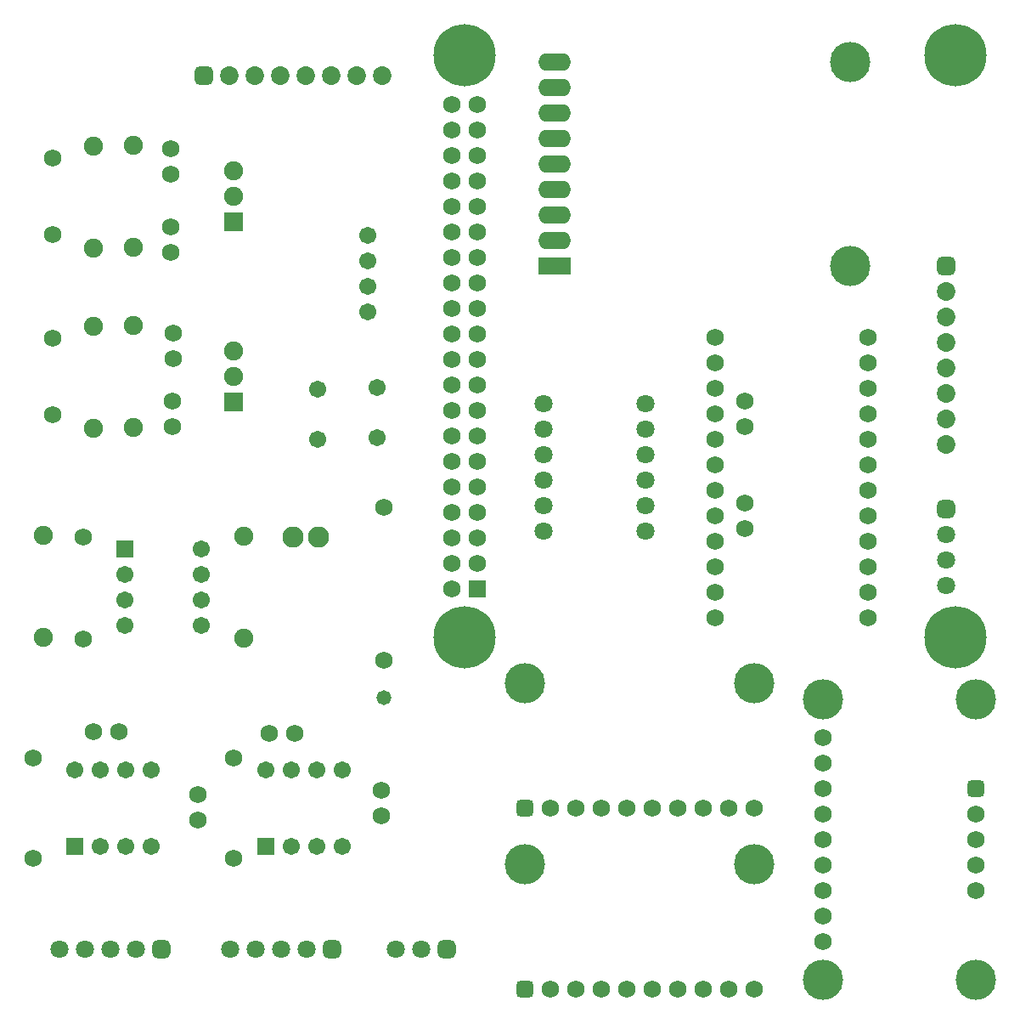
<source format=gbs>
G04 Layer_Color=8150272*
%FSLAX44Y44*%
%MOMM*%
G71*
G01*
G75*
%ADD44C,1.7272*%
%ADD45C,1.7032*%
%ADD46C,1.8034*%
G04:AMPARAMS|DCode=47|XSize=1.8034mm|YSize=1.8034mm|CornerRadius=0.5017mm|HoleSize=0mm|Usage=FLASHONLY|Rotation=180.000|XOffset=0mm|YOffset=0mm|HoleType=Round|Shape=RoundedRectangle|*
%AMROUNDEDRECTD47*
21,1,1.8034,0.8001,0,0,180.0*
21,1,0.8001,1.8034,0,0,180.0*
1,1,1.0033,-0.4001,0.4001*
1,1,1.0033,0.4001,0.4001*
1,1,1.0033,0.4001,-0.4001*
1,1,1.0033,-0.4001,-0.4001*
%
%ADD47ROUNDEDRECTD47*%
%ADD48C,4.0132*%
%ADD49O,3.2512X1.7272*%
%ADD50R,3.2512X1.7272*%
%ADD51O,3.2512X1.7272*%
%ADD52C,6.2000*%
%ADD53R,1.7272X1.7272*%
%ADD54C,1.9032*%
%ADD55C,1.7532*%
%ADD56C,1.8032*%
G04:AMPARAMS|DCode=57|XSize=1.8034mm|YSize=1.8034mm|CornerRadius=0.5017mm|HoleSize=0mm|Usage=FLASHONLY|Rotation=270.000|XOffset=0mm|YOffset=0mm|HoleType=Round|Shape=RoundedRectangle|*
%AMROUNDEDRECTD57*
21,1,1.8034,0.8001,0,0,270.0*
21,1,0.8001,1.8034,0,0,270.0*
1,1,1.0033,-0.4001,-0.4001*
1,1,1.0033,-0.4001,0.4001*
1,1,1.0033,0.4001,0.4001*
1,1,1.0033,0.4001,-0.4001*
%
%ADD57ROUNDEDRECTD57*%
%ADD58C,1.8542*%
G04:AMPARAMS|DCode=59|XSize=1.8542mm|YSize=1.8542mm|CornerRadius=0.5143mm|HoleSize=0mm|Usage=FLASHONLY|Rotation=270.000|XOffset=0mm|YOffset=0mm|HoleType=Round|Shape=RoundedRectangle|*
%AMROUNDEDRECTD59*
21,1,1.8542,0.8255,0,0,270.0*
21,1,0.8255,1.8542,0,0,270.0*
1,1,1.0287,-0.4128,-0.4128*
1,1,1.0287,-0.4128,0.4128*
1,1,1.0287,0.4128,0.4128*
1,1,1.0287,0.4128,-0.4128*
%
%ADD59ROUNDEDRECTD59*%
G04:AMPARAMS|DCode=60|XSize=1.7272mm|YSize=1.7272mm|CornerRadius=0.4826mm|HoleSize=0mm|Usage=FLASHONLY|Rotation=0.000|XOffset=0mm|YOffset=0mm|HoleType=Round|Shape=RoundedRectangle|*
%AMROUNDEDRECTD60*
21,1,1.7272,0.7620,0,0,0.0*
21,1,0.7620,1.7272,0,0,0.0*
1,1,0.9652,0.3810,-0.3810*
1,1,0.9652,-0.3810,-0.3810*
1,1,0.9652,-0.3810,0.3810*
1,1,0.9652,0.3810,0.3810*
%
%ADD60ROUNDEDRECTD60*%
G04:AMPARAMS|DCode=61|XSize=1.7272mm|YSize=1.7272mm|CornerRadius=0.4826mm|HoleSize=0mm|Usage=FLASHONLY|Rotation=270.000|XOffset=0mm|YOffset=0mm|HoleType=Round|Shape=RoundedRectangle|*
%AMROUNDEDRECTD61*
21,1,1.7272,0.7620,0,0,270.0*
21,1,0.7620,1.7272,0,0,270.0*
1,1,0.9652,-0.3810,-0.3810*
1,1,0.9652,-0.3810,0.3810*
1,1,0.9652,0.3810,0.3810*
1,1,0.9652,0.3810,-0.3810*
%
%ADD61ROUNDEDRECTD61*%
G04:AMPARAMS|DCode=62|XSize=1.8542mm|YSize=1.8542mm|CornerRadius=0.5143mm|HoleSize=0mm|Usage=FLASHONLY|Rotation=0.000|XOffset=0mm|YOffset=0mm|HoleType=Round|Shape=RoundedRectangle|*
%AMROUNDEDRECTD62*
21,1,1.8542,0.8255,0,0,0.0*
21,1,0.8255,1.8542,0,0,0.0*
1,1,1.0287,0.4128,-0.4128*
1,1,1.0287,-0.4128,-0.4128*
1,1,1.0287,-0.4128,0.4128*
1,1,1.0287,0.4128,0.4128*
%
%ADD62ROUNDEDRECTD62*%
%ADD63R,1.9032X1.9032*%
%ADD64C,2.1082*%
%ADD65R,1.7032X1.7032*%
%ADD66R,1.7032X1.7032*%
%ADD67C,1.4732*%
D44*
X515600Y535000D02*
D03*
X541000D02*
D03*
X697300Y1161300D02*
D03*
X722700D02*
D03*
X697300Y1135900D02*
D03*
X722700D02*
D03*
X697300Y1110500D02*
D03*
X722700D02*
D03*
X697300Y1085100D02*
D03*
X722700D02*
D03*
X697300Y1059700D02*
D03*
X722700D02*
D03*
X697300Y1034300D02*
D03*
X722700D02*
D03*
X697300Y1008900D02*
D03*
X722700D02*
D03*
X697300Y983500D02*
D03*
X722700D02*
D03*
X697300Y958100D02*
D03*
X722700D02*
D03*
X697300Y932700D02*
D03*
X722700D02*
D03*
X697300Y907300D02*
D03*
X722700D02*
D03*
X697300Y881900D02*
D03*
X722700D02*
D03*
X697300Y856500D02*
D03*
X722700D02*
D03*
X697300Y831100D02*
D03*
X722700D02*
D03*
X697300Y805700D02*
D03*
X722700D02*
D03*
X697300Y780300D02*
D03*
X722700D02*
D03*
X697300Y754900D02*
D03*
X722700D02*
D03*
X697300Y729500D02*
D03*
X722700D02*
D03*
X697300Y704100D02*
D03*
X722700D02*
D03*
X697300Y678700D02*
D03*
X280002Y409999D02*
D03*
X280000Y510000D02*
D03*
X480002Y409999D02*
D03*
X480000Y510000D02*
D03*
X630000Y607600D02*
D03*
Y760000D02*
D03*
X420000Y908000D02*
D03*
Y933400D02*
D03*
X444000Y448000D02*
D03*
Y473400D02*
D03*
X366000Y536000D02*
D03*
X340600D02*
D03*
X627000Y478000D02*
D03*
Y452600D02*
D03*
X417000Y1092000D02*
D03*
Y1117400D02*
D03*
X419000Y840000D02*
D03*
Y865400D02*
D03*
X330000Y730000D02*
D03*
Y628400D02*
D03*
X990000Y764300D02*
D03*
Y738900D02*
D03*
Y840500D02*
D03*
Y865900D02*
D03*
X1112400Y929400D02*
D03*
X960000Y726200D02*
D03*
Y751600D02*
D03*
Y827800D02*
D03*
Y802400D02*
D03*
Y777000D02*
D03*
Y904000D02*
D03*
Y929400D02*
D03*
Y878600D02*
D03*
Y853200D02*
D03*
Y700800D02*
D03*
Y675400D02*
D03*
Y650000D02*
D03*
X1112400Y675400D02*
D03*
Y700800D02*
D03*
Y853200D02*
D03*
Y878600D02*
D03*
Y904000D02*
D03*
Y777000D02*
D03*
Y802400D02*
D03*
Y827800D02*
D03*
Y751600D02*
D03*
Y726200D02*
D03*
Y650000D02*
D03*
X998600Y280000D02*
D03*
X973200D02*
D03*
X947800D02*
D03*
X922400D02*
D03*
X897000D02*
D03*
X871600D02*
D03*
X846200D02*
D03*
X820800D02*
D03*
X795400D02*
D03*
X998600Y460000D02*
D03*
X973200D02*
D03*
X947800D02*
D03*
X922400D02*
D03*
X897000D02*
D03*
X871600D02*
D03*
X846200D02*
D03*
X820800D02*
D03*
X795400D02*
D03*
X1220000Y454600D02*
D03*
Y429200D02*
D03*
Y403800D02*
D03*
Y378400D02*
D03*
X1067600Y530800D02*
D03*
Y505400D02*
D03*
Y480000D02*
D03*
Y454600D02*
D03*
Y429200D02*
D03*
Y403800D02*
D03*
Y378400D02*
D03*
Y353000D02*
D03*
Y327600D02*
D03*
X417000Y1014000D02*
D03*
Y1039400D02*
D03*
D45*
X623000Y829000D02*
D03*
Y879000D02*
D03*
X371900Y692700D02*
D03*
Y667300D02*
D03*
Y641900D02*
D03*
X448100Y718100D02*
D03*
Y692700D02*
D03*
Y667300D02*
D03*
Y641900D02*
D03*
X347300Y421900D02*
D03*
X372700D02*
D03*
X398100D02*
D03*
X321900Y498100D02*
D03*
X347300D02*
D03*
X372700D02*
D03*
X398100D02*
D03*
X537300Y421900D02*
D03*
X562700D02*
D03*
X588100D02*
D03*
X511900Y498100D02*
D03*
X537300D02*
D03*
X562700D02*
D03*
X588100D02*
D03*
X564000Y828000D02*
D03*
Y878000D02*
D03*
X614000Y1031100D02*
D03*
Y1005700D02*
D03*
Y980300D02*
D03*
Y954900D02*
D03*
D46*
X642100Y320000D02*
D03*
X667500D02*
D03*
X306500D02*
D03*
X331900D02*
D03*
X357300D02*
D03*
X382700D02*
D03*
X1190000Y681900D02*
D03*
Y707300D02*
D03*
Y732700D02*
D03*
X476500Y320000D02*
D03*
X501900D02*
D03*
X527300D02*
D03*
X552700D02*
D03*
D47*
X692500D02*
D03*
X408100D02*
D03*
X578100D02*
D03*
D48*
X1094640Y1000000D02*
D03*
Y1203200D02*
D03*
X770000Y404460D02*
D03*
X998600D02*
D03*
X770000Y584460D02*
D03*
X998600D02*
D03*
X1067600Y568900D02*
D03*
Y289500D02*
D03*
X1220000Y568900D02*
D03*
Y289500D02*
D03*
D49*
X800000Y1076200D02*
D03*
Y1050800D02*
D03*
Y1025400D02*
D03*
D50*
Y1000000D02*
D03*
D51*
Y1101600D02*
D03*
Y1127000D02*
D03*
Y1152400D02*
D03*
Y1177800D02*
D03*
Y1203200D02*
D03*
D52*
X1200000Y1210000D02*
D03*
Y630000D02*
D03*
X710000Y1210000D02*
D03*
Y630000D02*
D03*
D53*
X722700Y678700D02*
D03*
D54*
X340000Y1120000D02*
D03*
Y1018400D02*
D03*
X380000Y1019200D02*
D03*
Y1120800D02*
D03*
X340000Y940000D02*
D03*
Y838400D02*
D03*
X380000Y839200D02*
D03*
Y940800D02*
D03*
X490000Y629200D02*
D03*
Y730800D02*
D03*
X290000Y630000D02*
D03*
Y731600D02*
D03*
X480000Y1070000D02*
D03*
Y1095400D02*
D03*
Y890000D02*
D03*
Y915400D02*
D03*
D55*
X300000Y1031901D02*
D03*
Y1108101D02*
D03*
Y851901D02*
D03*
Y928101D02*
D03*
D56*
X890800Y736500D02*
D03*
Y761900D02*
D03*
Y787300D02*
D03*
Y812700D02*
D03*
Y838100D02*
D03*
Y863500D02*
D03*
X789200D02*
D03*
Y838100D02*
D03*
Y812700D02*
D03*
Y787300D02*
D03*
Y761900D02*
D03*
Y736500D02*
D03*
D57*
X1190000Y758100D02*
D03*
D58*
Y974600D02*
D03*
Y949200D02*
D03*
Y923800D02*
D03*
Y898400D02*
D03*
Y873000D02*
D03*
Y847600D02*
D03*
Y822200D02*
D03*
X475400Y1190000D02*
D03*
X500800D02*
D03*
X526200D02*
D03*
X551600D02*
D03*
X577000D02*
D03*
X602400D02*
D03*
X627800D02*
D03*
D59*
X1190000Y1000001D02*
D03*
D60*
X770000Y280000D02*
D03*
Y460000D02*
D03*
D61*
X1220000Y480000D02*
D03*
D62*
X449999Y1190000D02*
D03*
D63*
X480000Y1044600D02*
D03*
Y864600D02*
D03*
D64*
X564501Y730001D02*
D03*
X539501D02*
D03*
D65*
X371900Y718100D02*
D03*
D66*
X321900Y421900D02*
D03*
X511900D02*
D03*
D67*
X630000Y570000D02*
D03*
M02*

</source>
